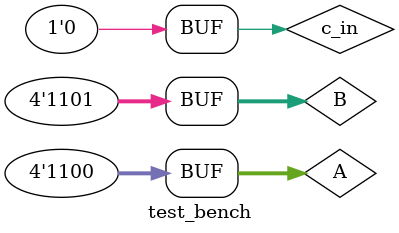
<source format=v>
`timescale 1ns / 1ps
module test_bench(

    );
    
    reg c_in;
    wire c_out;
    reg [3:0] A, B;
    wire [3:0] sum;
    
    Adder add(c_in, A, B, sum, c_out);
    
    initial begin
    c_in = 1;
    A = 4'b1100;
    B = 4'b1001;
    
    #10 c_in = 1;
    A = 4'b0001;
    B = 4'b1001;
    
    #10 c_in = 0;
    A = 4'b1100;
    B = 4'b1101;
    end
    
endmodule

</source>
